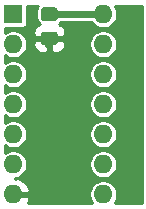
<source format=gbr>
G04 #@! TF.GenerationSoftware,KiCad,Pcbnew,(5.1.5)-3*
G04 #@! TF.CreationDate,2020-06-08T21:20:55-04:00*
G04 #@! TF.ProjectId,dip14soic,64697031-3473-46f6-9963-2e6b69636164,rev?*
G04 #@! TF.SameCoordinates,Original*
G04 #@! TF.FileFunction,Copper,L2,Bot*
G04 #@! TF.FilePolarity,Positive*
%FSLAX46Y46*%
G04 Gerber Fmt 4.6, Leading zero omitted, Abs format (unit mm)*
G04 Created by KiCad (PCBNEW (5.1.5)-3) date 2020-06-08 21:20:55*
%MOMM*%
%LPD*%
G04 APERTURE LIST*
%ADD10R,1.600000X1.600000*%
%ADD11O,1.600000X1.600000*%
%ADD12C,0.100000*%
%ADD13C,0.800000*%
%ADD14C,0.600000*%
%ADD15C,0.254000*%
G04 APERTURE END LIST*
D10*
X106680000Y-71120000D03*
D11*
X114300000Y-86360000D03*
X106680000Y-73660000D03*
X114300000Y-83820000D03*
X106680000Y-76200000D03*
X114300000Y-81280000D03*
X106680000Y-78740000D03*
X114300000Y-78740000D03*
X106680000Y-81280000D03*
X114300000Y-76200000D03*
X106680000Y-83820000D03*
X114300000Y-73660000D03*
X106680000Y-86360000D03*
X114300000Y-71120000D03*
G04 #@! TA.AperFunction,SMDPad,CuDef*
D12*
G36*
X110202505Y-70537204D02*
G01*
X110226773Y-70540804D01*
X110250572Y-70546765D01*
X110273671Y-70555030D01*
X110295850Y-70565520D01*
X110316893Y-70578132D01*
X110336599Y-70592747D01*
X110354777Y-70609223D01*
X110371253Y-70627401D01*
X110385868Y-70647107D01*
X110398480Y-70668150D01*
X110408970Y-70690329D01*
X110417235Y-70713428D01*
X110423196Y-70737227D01*
X110426796Y-70761495D01*
X110428000Y-70785999D01*
X110428000Y-71436001D01*
X110426796Y-71460505D01*
X110423196Y-71484773D01*
X110417235Y-71508572D01*
X110408970Y-71531671D01*
X110398480Y-71553850D01*
X110385868Y-71574893D01*
X110371253Y-71594599D01*
X110354777Y-71612777D01*
X110336599Y-71629253D01*
X110316893Y-71643868D01*
X110295850Y-71656480D01*
X110273671Y-71666970D01*
X110250572Y-71675235D01*
X110226773Y-71681196D01*
X110202505Y-71684796D01*
X110178001Y-71686000D01*
X109277999Y-71686000D01*
X109253495Y-71684796D01*
X109229227Y-71681196D01*
X109205428Y-71675235D01*
X109182329Y-71666970D01*
X109160150Y-71656480D01*
X109139107Y-71643868D01*
X109119401Y-71629253D01*
X109101223Y-71612777D01*
X109084747Y-71594599D01*
X109070132Y-71574893D01*
X109057520Y-71553850D01*
X109047030Y-71531671D01*
X109038765Y-71508572D01*
X109032804Y-71484773D01*
X109029204Y-71460505D01*
X109028000Y-71436001D01*
X109028000Y-70785999D01*
X109029204Y-70761495D01*
X109032804Y-70737227D01*
X109038765Y-70713428D01*
X109047030Y-70690329D01*
X109057520Y-70668150D01*
X109070132Y-70647107D01*
X109084747Y-70627401D01*
X109101223Y-70609223D01*
X109119401Y-70592747D01*
X109139107Y-70578132D01*
X109160150Y-70565520D01*
X109182329Y-70555030D01*
X109205428Y-70546765D01*
X109229227Y-70540804D01*
X109253495Y-70537204D01*
X109277999Y-70536000D01*
X110178001Y-70536000D01*
X110202505Y-70537204D01*
G37*
G04 #@! TD.AperFunction*
G04 #@! TA.AperFunction,SMDPad,CuDef*
G36*
X110202505Y-72587204D02*
G01*
X110226773Y-72590804D01*
X110250572Y-72596765D01*
X110273671Y-72605030D01*
X110295850Y-72615520D01*
X110316893Y-72628132D01*
X110336599Y-72642747D01*
X110354777Y-72659223D01*
X110371253Y-72677401D01*
X110385868Y-72697107D01*
X110398480Y-72718150D01*
X110408970Y-72740329D01*
X110417235Y-72763428D01*
X110423196Y-72787227D01*
X110426796Y-72811495D01*
X110428000Y-72835999D01*
X110428000Y-73486001D01*
X110426796Y-73510505D01*
X110423196Y-73534773D01*
X110417235Y-73558572D01*
X110408970Y-73581671D01*
X110398480Y-73603850D01*
X110385868Y-73624893D01*
X110371253Y-73644599D01*
X110354777Y-73662777D01*
X110336599Y-73679253D01*
X110316893Y-73693868D01*
X110295850Y-73706480D01*
X110273671Y-73716970D01*
X110250572Y-73725235D01*
X110226773Y-73731196D01*
X110202505Y-73734796D01*
X110178001Y-73736000D01*
X109277999Y-73736000D01*
X109253495Y-73734796D01*
X109229227Y-73731196D01*
X109205428Y-73725235D01*
X109182329Y-73716970D01*
X109160150Y-73706480D01*
X109139107Y-73693868D01*
X109119401Y-73679253D01*
X109101223Y-73662777D01*
X109084747Y-73644599D01*
X109070132Y-73624893D01*
X109057520Y-73603850D01*
X109047030Y-73581671D01*
X109038765Y-73558572D01*
X109032804Y-73534773D01*
X109029204Y-73510505D01*
X109028000Y-73486001D01*
X109028000Y-72835999D01*
X109029204Y-72811495D01*
X109032804Y-72787227D01*
X109038765Y-72763428D01*
X109047030Y-72740329D01*
X109057520Y-72718150D01*
X109070132Y-72697107D01*
X109084747Y-72677401D01*
X109101223Y-72659223D01*
X109119401Y-72642747D01*
X109139107Y-72628132D01*
X109160150Y-72615520D01*
X109182329Y-72605030D01*
X109205428Y-72596765D01*
X109229227Y-72590804D01*
X109253495Y-72587204D01*
X109277999Y-72586000D01*
X110178001Y-72586000D01*
X110202505Y-72587204D01*
G37*
G04 #@! TD.AperFunction*
D13*
X109728000Y-73660000D03*
D14*
X109737000Y-71120000D02*
X109728000Y-71111000D01*
X114300000Y-71120000D02*
X109737000Y-71120000D01*
D15*
G36*
X108751810Y-70434411D02*
G01*
X108693329Y-70543821D01*
X108657317Y-70662538D01*
X108645157Y-70785999D01*
X108645157Y-71436001D01*
X108657317Y-71559462D01*
X108693329Y-71678179D01*
X108751810Y-71787589D01*
X108830512Y-71883488D01*
X108921780Y-71958389D01*
X108903518Y-71960188D01*
X108783820Y-71996498D01*
X108673506Y-72055463D01*
X108576815Y-72134815D01*
X108497463Y-72231506D01*
X108438498Y-72341820D01*
X108402188Y-72461518D01*
X108389928Y-72586000D01*
X108393000Y-72875250D01*
X108551750Y-73034000D01*
X109601000Y-73034000D01*
X109601000Y-73014000D01*
X109855000Y-73014000D01*
X109855000Y-73034000D01*
X110904250Y-73034000D01*
X111063000Y-72875250D01*
X111066072Y-72586000D01*
X111053812Y-72461518D01*
X111017502Y-72341820D01*
X110958537Y-72231506D01*
X110879185Y-72134815D01*
X110782494Y-72055463D01*
X110672180Y-71996498D01*
X110552482Y-71960188D01*
X110534220Y-71958389D01*
X110625488Y-71883488D01*
X110693184Y-71801000D01*
X113334654Y-71801000D01*
X113382658Y-71872843D01*
X113547157Y-72037342D01*
X113740587Y-72166588D01*
X113955515Y-72255614D01*
X114183682Y-72301000D01*
X114416318Y-72301000D01*
X114644485Y-72255614D01*
X114859413Y-72166588D01*
X115052843Y-72037342D01*
X115217342Y-71872843D01*
X115346588Y-71679413D01*
X115435614Y-71464485D01*
X115481000Y-71236318D01*
X115481000Y-71003682D01*
X115435614Y-70775515D01*
X115346588Y-70560587D01*
X115251314Y-70418000D01*
X117542001Y-70418000D01*
X117542000Y-87062000D01*
X115251314Y-87062000D01*
X115346588Y-86919413D01*
X115435614Y-86704485D01*
X115481000Y-86476318D01*
X115481000Y-86243682D01*
X115435614Y-86015515D01*
X115346588Y-85800587D01*
X115217342Y-85607157D01*
X115052843Y-85442658D01*
X114859413Y-85313412D01*
X114644485Y-85224386D01*
X114416318Y-85179000D01*
X114183682Y-85179000D01*
X113955515Y-85224386D01*
X113740587Y-85313412D01*
X113547157Y-85442658D01*
X113382658Y-85607157D01*
X113253412Y-85800587D01*
X113164386Y-86015515D01*
X113119000Y-86243682D01*
X113119000Y-86476318D01*
X113164386Y-86704485D01*
X113253412Y-86919413D01*
X113348686Y-87062000D01*
X107927778Y-87062000D01*
X108031246Y-86843087D01*
X108071904Y-86709039D01*
X107949915Y-86487000D01*
X106807000Y-86487000D01*
X106807000Y-86507000D01*
X106553000Y-86507000D01*
X106553000Y-86487000D01*
X106533000Y-86487000D01*
X106533000Y-86233000D01*
X106553000Y-86233000D01*
X106553000Y-86213000D01*
X106807000Y-86213000D01*
X106807000Y-86233000D01*
X107949915Y-86233000D01*
X108071904Y-86010961D01*
X108031246Y-85876913D01*
X107911037Y-85622580D01*
X107743519Y-85396586D01*
X107535131Y-85207615D01*
X107293881Y-85062930D01*
X107029040Y-84968091D01*
X106807002Y-85089375D01*
X106807002Y-84998875D01*
X107024485Y-84955614D01*
X107239413Y-84866588D01*
X107432843Y-84737342D01*
X107597342Y-84572843D01*
X107726588Y-84379413D01*
X107815614Y-84164485D01*
X107861000Y-83936318D01*
X107861000Y-83703682D01*
X113119000Y-83703682D01*
X113119000Y-83936318D01*
X113164386Y-84164485D01*
X113253412Y-84379413D01*
X113382658Y-84572843D01*
X113547157Y-84737342D01*
X113740587Y-84866588D01*
X113955515Y-84955614D01*
X114183682Y-85001000D01*
X114416318Y-85001000D01*
X114644485Y-84955614D01*
X114859413Y-84866588D01*
X115052843Y-84737342D01*
X115217342Y-84572843D01*
X115346588Y-84379413D01*
X115435614Y-84164485D01*
X115481000Y-83936318D01*
X115481000Y-83703682D01*
X115435614Y-83475515D01*
X115346588Y-83260587D01*
X115217342Y-83067157D01*
X115052843Y-82902658D01*
X114859413Y-82773412D01*
X114644485Y-82684386D01*
X114416318Y-82639000D01*
X114183682Y-82639000D01*
X113955515Y-82684386D01*
X113740587Y-82773412D01*
X113547157Y-82902658D01*
X113382658Y-83067157D01*
X113253412Y-83260587D01*
X113164386Y-83475515D01*
X113119000Y-83703682D01*
X107861000Y-83703682D01*
X107815614Y-83475515D01*
X107726588Y-83260587D01*
X107597342Y-83067157D01*
X107432843Y-82902658D01*
X107239413Y-82773412D01*
X107024485Y-82684386D01*
X106796318Y-82639000D01*
X106563682Y-82639000D01*
X106335515Y-82684386D01*
X106120587Y-82773412D01*
X105978000Y-82868686D01*
X105978000Y-82231314D01*
X106120587Y-82326588D01*
X106335515Y-82415614D01*
X106563682Y-82461000D01*
X106796318Y-82461000D01*
X107024485Y-82415614D01*
X107239413Y-82326588D01*
X107432843Y-82197342D01*
X107597342Y-82032843D01*
X107726588Y-81839413D01*
X107815614Y-81624485D01*
X107861000Y-81396318D01*
X107861000Y-81163682D01*
X113119000Y-81163682D01*
X113119000Y-81396318D01*
X113164386Y-81624485D01*
X113253412Y-81839413D01*
X113382658Y-82032843D01*
X113547157Y-82197342D01*
X113740587Y-82326588D01*
X113955515Y-82415614D01*
X114183682Y-82461000D01*
X114416318Y-82461000D01*
X114644485Y-82415614D01*
X114859413Y-82326588D01*
X115052843Y-82197342D01*
X115217342Y-82032843D01*
X115346588Y-81839413D01*
X115435614Y-81624485D01*
X115481000Y-81396318D01*
X115481000Y-81163682D01*
X115435614Y-80935515D01*
X115346588Y-80720587D01*
X115217342Y-80527157D01*
X115052843Y-80362658D01*
X114859413Y-80233412D01*
X114644485Y-80144386D01*
X114416318Y-80099000D01*
X114183682Y-80099000D01*
X113955515Y-80144386D01*
X113740587Y-80233412D01*
X113547157Y-80362658D01*
X113382658Y-80527157D01*
X113253412Y-80720587D01*
X113164386Y-80935515D01*
X113119000Y-81163682D01*
X107861000Y-81163682D01*
X107815614Y-80935515D01*
X107726588Y-80720587D01*
X107597342Y-80527157D01*
X107432843Y-80362658D01*
X107239413Y-80233412D01*
X107024485Y-80144386D01*
X106796318Y-80099000D01*
X106563682Y-80099000D01*
X106335515Y-80144386D01*
X106120587Y-80233412D01*
X105978000Y-80328686D01*
X105978000Y-79691314D01*
X106120587Y-79786588D01*
X106335515Y-79875614D01*
X106563682Y-79921000D01*
X106796318Y-79921000D01*
X107024485Y-79875614D01*
X107239413Y-79786588D01*
X107432843Y-79657342D01*
X107597342Y-79492843D01*
X107726588Y-79299413D01*
X107815614Y-79084485D01*
X107861000Y-78856318D01*
X107861000Y-78623682D01*
X113119000Y-78623682D01*
X113119000Y-78856318D01*
X113164386Y-79084485D01*
X113253412Y-79299413D01*
X113382658Y-79492843D01*
X113547157Y-79657342D01*
X113740587Y-79786588D01*
X113955515Y-79875614D01*
X114183682Y-79921000D01*
X114416318Y-79921000D01*
X114644485Y-79875614D01*
X114859413Y-79786588D01*
X115052843Y-79657342D01*
X115217342Y-79492843D01*
X115346588Y-79299413D01*
X115435614Y-79084485D01*
X115481000Y-78856318D01*
X115481000Y-78623682D01*
X115435614Y-78395515D01*
X115346588Y-78180587D01*
X115217342Y-77987157D01*
X115052843Y-77822658D01*
X114859413Y-77693412D01*
X114644485Y-77604386D01*
X114416318Y-77559000D01*
X114183682Y-77559000D01*
X113955515Y-77604386D01*
X113740587Y-77693412D01*
X113547157Y-77822658D01*
X113382658Y-77987157D01*
X113253412Y-78180587D01*
X113164386Y-78395515D01*
X113119000Y-78623682D01*
X107861000Y-78623682D01*
X107815614Y-78395515D01*
X107726588Y-78180587D01*
X107597342Y-77987157D01*
X107432843Y-77822658D01*
X107239413Y-77693412D01*
X107024485Y-77604386D01*
X106796318Y-77559000D01*
X106563682Y-77559000D01*
X106335515Y-77604386D01*
X106120587Y-77693412D01*
X105978000Y-77788686D01*
X105978000Y-77151314D01*
X106120587Y-77246588D01*
X106335515Y-77335614D01*
X106563682Y-77381000D01*
X106796318Y-77381000D01*
X107024485Y-77335614D01*
X107239413Y-77246588D01*
X107432843Y-77117342D01*
X107597342Y-76952843D01*
X107726588Y-76759413D01*
X107815614Y-76544485D01*
X107861000Y-76316318D01*
X107861000Y-76083682D01*
X113119000Y-76083682D01*
X113119000Y-76316318D01*
X113164386Y-76544485D01*
X113253412Y-76759413D01*
X113382658Y-76952843D01*
X113547157Y-77117342D01*
X113740587Y-77246588D01*
X113955515Y-77335614D01*
X114183682Y-77381000D01*
X114416318Y-77381000D01*
X114644485Y-77335614D01*
X114859413Y-77246588D01*
X115052843Y-77117342D01*
X115217342Y-76952843D01*
X115346588Y-76759413D01*
X115435614Y-76544485D01*
X115481000Y-76316318D01*
X115481000Y-76083682D01*
X115435614Y-75855515D01*
X115346588Y-75640587D01*
X115217342Y-75447157D01*
X115052843Y-75282658D01*
X114859413Y-75153412D01*
X114644485Y-75064386D01*
X114416318Y-75019000D01*
X114183682Y-75019000D01*
X113955515Y-75064386D01*
X113740587Y-75153412D01*
X113547157Y-75282658D01*
X113382658Y-75447157D01*
X113253412Y-75640587D01*
X113164386Y-75855515D01*
X113119000Y-76083682D01*
X107861000Y-76083682D01*
X107815614Y-75855515D01*
X107726588Y-75640587D01*
X107597342Y-75447157D01*
X107432843Y-75282658D01*
X107239413Y-75153412D01*
X107024485Y-75064386D01*
X106796318Y-75019000D01*
X106563682Y-75019000D01*
X106335515Y-75064386D01*
X106120587Y-75153412D01*
X105978000Y-75248686D01*
X105978000Y-74611314D01*
X106120587Y-74706588D01*
X106335515Y-74795614D01*
X106563682Y-74841000D01*
X106796318Y-74841000D01*
X107024485Y-74795614D01*
X107239413Y-74706588D01*
X107432843Y-74577342D01*
X107597342Y-74412843D01*
X107726588Y-74219413D01*
X107815614Y-74004485D01*
X107861000Y-73776318D01*
X107861000Y-73736000D01*
X108389928Y-73736000D01*
X108402188Y-73860482D01*
X108438498Y-73980180D01*
X108497463Y-74090494D01*
X108576815Y-74187185D01*
X108673506Y-74266537D01*
X108783820Y-74325502D01*
X108903518Y-74361812D01*
X109028000Y-74374072D01*
X109442250Y-74371000D01*
X109601000Y-74212250D01*
X109601000Y-73288000D01*
X109855000Y-73288000D01*
X109855000Y-74212250D01*
X110013750Y-74371000D01*
X110428000Y-74374072D01*
X110552482Y-74361812D01*
X110672180Y-74325502D01*
X110782494Y-74266537D01*
X110879185Y-74187185D01*
X110958537Y-74090494D01*
X111017502Y-73980180D01*
X111053812Y-73860482D01*
X111066072Y-73736000D01*
X111064030Y-73543682D01*
X113119000Y-73543682D01*
X113119000Y-73776318D01*
X113164386Y-74004485D01*
X113253412Y-74219413D01*
X113382658Y-74412843D01*
X113547157Y-74577342D01*
X113740587Y-74706588D01*
X113955515Y-74795614D01*
X114183682Y-74841000D01*
X114416318Y-74841000D01*
X114644485Y-74795614D01*
X114859413Y-74706588D01*
X115052843Y-74577342D01*
X115217342Y-74412843D01*
X115346588Y-74219413D01*
X115435614Y-74004485D01*
X115481000Y-73776318D01*
X115481000Y-73543682D01*
X115435614Y-73315515D01*
X115346588Y-73100587D01*
X115217342Y-72907157D01*
X115052843Y-72742658D01*
X114859413Y-72613412D01*
X114644485Y-72524386D01*
X114416318Y-72479000D01*
X114183682Y-72479000D01*
X113955515Y-72524386D01*
X113740587Y-72613412D01*
X113547157Y-72742658D01*
X113382658Y-72907157D01*
X113253412Y-73100587D01*
X113164386Y-73315515D01*
X113119000Y-73543682D01*
X111064030Y-73543682D01*
X111063000Y-73446750D01*
X110904250Y-73288000D01*
X109855000Y-73288000D01*
X109601000Y-73288000D01*
X108551750Y-73288000D01*
X108393000Y-73446750D01*
X108389928Y-73736000D01*
X107861000Y-73736000D01*
X107861000Y-73543682D01*
X107815614Y-73315515D01*
X107726588Y-73100587D01*
X107597342Y-72907157D01*
X107432843Y-72742658D01*
X107239413Y-72613412D01*
X107024485Y-72524386D01*
X106796318Y-72479000D01*
X106563682Y-72479000D01*
X106335515Y-72524386D01*
X106120587Y-72613412D01*
X105978000Y-72708686D01*
X105978000Y-72302843D01*
X107480000Y-72302843D01*
X107554689Y-72295487D01*
X107626508Y-72273701D01*
X107692696Y-72238322D01*
X107750711Y-72190711D01*
X107798322Y-72132696D01*
X107833701Y-72066508D01*
X107855487Y-71994689D01*
X107862843Y-71920000D01*
X107862843Y-70418000D01*
X108765278Y-70418000D01*
X108751810Y-70434411D01*
G37*
X108751810Y-70434411D02*
X108693329Y-70543821D01*
X108657317Y-70662538D01*
X108645157Y-70785999D01*
X108645157Y-71436001D01*
X108657317Y-71559462D01*
X108693329Y-71678179D01*
X108751810Y-71787589D01*
X108830512Y-71883488D01*
X108921780Y-71958389D01*
X108903518Y-71960188D01*
X108783820Y-71996498D01*
X108673506Y-72055463D01*
X108576815Y-72134815D01*
X108497463Y-72231506D01*
X108438498Y-72341820D01*
X108402188Y-72461518D01*
X108389928Y-72586000D01*
X108393000Y-72875250D01*
X108551750Y-73034000D01*
X109601000Y-73034000D01*
X109601000Y-73014000D01*
X109855000Y-73014000D01*
X109855000Y-73034000D01*
X110904250Y-73034000D01*
X111063000Y-72875250D01*
X111066072Y-72586000D01*
X111053812Y-72461518D01*
X111017502Y-72341820D01*
X110958537Y-72231506D01*
X110879185Y-72134815D01*
X110782494Y-72055463D01*
X110672180Y-71996498D01*
X110552482Y-71960188D01*
X110534220Y-71958389D01*
X110625488Y-71883488D01*
X110693184Y-71801000D01*
X113334654Y-71801000D01*
X113382658Y-71872843D01*
X113547157Y-72037342D01*
X113740587Y-72166588D01*
X113955515Y-72255614D01*
X114183682Y-72301000D01*
X114416318Y-72301000D01*
X114644485Y-72255614D01*
X114859413Y-72166588D01*
X115052843Y-72037342D01*
X115217342Y-71872843D01*
X115346588Y-71679413D01*
X115435614Y-71464485D01*
X115481000Y-71236318D01*
X115481000Y-71003682D01*
X115435614Y-70775515D01*
X115346588Y-70560587D01*
X115251314Y-70418000D01*
X117542001Y-70418000D01*
X117542000Y-87062000D01*
X115251314Y-87062000D01*
X115346588Y-86919413D01*
X115435614Y-86704485D01*
X115481000Y-86476318D01*
X115481000Y-86243682D01*
X115435614Y-86015515D01*
X115346588Y-85800587D01*
X115217342Y-85607157D01*
X115052843Y-85442658D01*
X114859413Y-85313412D01*
X114644485Y-85224386D01*
X114416318Y-85179000D01*
X114183682Y-85179000D01*
X113955515Y-85224386D01*
X113740587Y-85313412D01*
X113547157Y-85442658D01*
X113382658Y-85607157D01*
X113253412Y-85800587D01*
X113164386Y-86015515D01*
X113119000Y-86243682D01*
X113119000Y-86476318D01*
X113164386Y-86704485D01*
X113253412Y-86919413D01*
X113348686Y-87062000D01*
X107927778Y-87062000D01*
X108031246Y-86843087D01*
X108071904Y-86709039D01*
X107949915Y-86487000D01*
X106807000Y-86487000D01*
X106807000Y-86507000D01*
X106553000Y-86507000D01*
X106553000Y-86487000D01*
X106533000Y-86487000D01*
X106533000Y-86233000D01*
X106553000Y-86233000D01*
X106553000Y-86213000D01*
X106807000Y-86213000D01*
X106807000Y-86233000D01*
X107949915Y-86233000D01*
X108071904Y-86010961D01*
X108031246Y-85876913D01*
X107911037Y-85622580D01*
X107743519Y-85396586D01*
X107535131Y-85207615D01*
X107293881Y-85062930D01*
X107029040Y-84968091D01*
X106807002Y-85089375D01*
X106807002Y-84998875D01*
X107024485Y-84955614D01*
X107239413Y-84866588D01*
X107432843Y-84737342D01*
X107597342Y-84572843D01*
X107726588Y-84379413D01*
X107815614Y-84164485D01*
X107861000Y-83936318D01*
X107861000Y-83703682D01*
X113119000Y-83703682D01*
X113119000Y-83936318D01*
X113164386Y-84164485D01*
X113253412Y-84379413D01*
X113382658Y-84572843D01*
X113547157Y-84737342D01*
X113740587Y-84866588D01*
X113955515Y-84955614D01*
X114183682Y-85001000D01*
X114416318Y-85001000D01*
X114644485Y-84955614D01*
X114859413Y-84866588D01*
X115052843Y-84737342D01*
X115217342Y-84572843D01*
X115346588Y-84379413D01*
X115435614Y-84164485D01*
X115481000Y-83936318D01*
X115481000Y-83703682D01*
X115435614Y-83475515D01*
X115346588Y-83260587D01*
X115217342Y-83067157D01*
X115052843Y-82902658D01*
X114859413Y-82773412D01*
X114644485Y-82684386D01*
X114416318Y-82639000D01*
X114183682Y-82639000D01*
X113955515Y-82684386D01*
X113740587Y-82773412D01*
X113547157Y-82902658D01*
X113382658Y-83067157D01*
X113253412Y-83260587D01*
X113164386Y-83475515D01*
X113119000Y-83703682D01*
X107861000Y-83703682D01*
X107815614Y-83475515D01*
X107726588Y-83260587D01*
X107597342Y-83067157D01*
X107432843Y-82902658D01*
X107239413Y-82773412D01*
X107024485Y-82684386D01*
X106796318Y-82639000D01*
X106563682Y-82639000D01*
X106335515Y-82684386D01*
X106120587Y-82773412D01*
X105978000Y-82868686D01*
X105978000Y-82231314D01*
X106120587Y-82326588D01*
X106335515Y-82415614D01*
X106563682Y-82461000D01*
X106796318Y-82461000D01*
X107024485Y-82415614D01*
X107239413Y-82326588D01*
X107432843Y-82197342D01*
X107597342Y-82032843D01*
X107726588Y-81839413D01*
X107815614Y-81624485D01*
X107861000Y-81396318D01*
X107861000Y-81163682D01*
X113119000Y-81163682D01*
X113119000Y-81396318D01*
X113164386Y-81624485D01*
X113253412Y-81839413D01*
X113382658Y-82032843D01*
X113547157Y-82197342D01*
X113740587Y-82326588D01*
X113955515Y-82415614D01*
X114183682Y-82461000D01*
X114416318Y-82461000D01*
X114644485Y-82415614D01*
X114859413Y-82326588D01*
X115052843Y-82197342D01*
X115217342Y-82032843D01*
X115346588Y-81839413D01*
X115435614Y-81624485D01*
X115481000Y-81396318D01*
X115481000Y-81163682D01*
X115435614Y-80935515D01*
X115346588Y-80720587D01*
X115217342Y-80527157D01*
X115052843Y-80362658D01*
X114859413Y-80233412D01*
X114644485Y-80144386D01*
X114416318Y-80099000D01*
X114183682Y-80099000D01*
X113955515Y-80144386D01*
X113740587Y-80233412D01*
X113547157Y-80362658D01*
X113382658Y-80527157D01*
X113253412Y-80720587D01*
X113164386Y-80935515D01*
X113119000Y-81163682D01*
X107861000Y-81163682D01*
X107815614Y-80935515D01*
X107726588Y-80720587D01*
X107597342Y-80527157D01*
X107432843Y-80362658D01*
X107239413Y-80233412D01*
X107024485Y-80144386D01*
X106796318Y-80099000D01*
X106563682Y-80099000D01*
X106335515Y-80144386D01*
X106120587Y-80233412D01*
X105978000Y-80328686D01*
X105978000Y-79691314D01*
X106120587Y-79786588D01*
X106335515Y-79875614D01*
X106563682Y-79921000D01*
X106796318Y-79921000D01*
X107024485Y-79875614D01*
X107239413Y-79786588D01*
X107432843Y-79657342D01*
X107597342Y-79492843D01*
X107726588Y-79299413D01*
X107815614Y-79084485D01*
X107861000Y-78856318D01*
X107861000Y-78623682D01*
X113119000Y-78623682D01*
X113119000Y-78856318D01*
X113164386Y-79084485D01*
X113253412Y-79299413D01*
X113382658Y-79492843D01*
X113547157Y-79657342D01*
X113740587Y-79786588D01*
X113955515Y-79875614D01*
X114183682Y-79921000D01*
X114416318Y-79921000D01*
X114644485Y-79875614D01*
X114859413Y-79786588D01*
X115052843Y-79657342D01*
X115217342Y-79492843D01*
X115346588Y-79299413D01*
X115435614Y-79084485D01*
X115481000Y-78856318D01*
X115481000Y-78623682D01*
X115435614Y-78395515D01*
X115346588Y-78180587D01*
X115217342Y-77987157D01*
X115052843Y-77822658D01*
X114859413Y-77693412D01*
X114644485Y-77604386D01*
X114416318Y-77559000D01*
X114183682Y-77559000D01*
X113955515Y-77604386D01*
X113740587Y-77693412D01*
X113547157Y-77822658D01*
X113382658Y-77987157D01*
X113253412Y-78180587D01*
X113164386Y-78395515D01*
X113119000Y-78623682D01*
X107861000Y-78623682D01*
X107815614Y-78395515D01*
X107726588Y-78180587D01*
X107597342Y-77987157D01*
X107432843Y-77822658D01*
X107239413Y-77693412D01*
X107024485Y-77604386D01*
X106796318Y-77559000D01*
X106563682Y-77559000D01*
X106335515Y-77604386D01*
X106120587Y-77693412D01*
X105978000Y-77788686D01*
X105978000Y-77151314D01*
X106120587Y-77246588D01*
X106335515Y-77335614D01*
X106563682Y-77381000D01*
X106796318Y-77381000D01*
X107024485Y-77335614D01*
X107239413Y-77246588D01*
X107432843Y-77117342D01*
X107597342Y-76952843D01*
X107726588Y-76759413D01*
X107815614Y-76544485D01*
X107861000Y-76316318D01*
X107861000Y-76083682D01*
X113119000Y-76083682D01*
X113119000Y-76316318D01*
X113164386Y-76544485D01*
X113253412Y-76759413D01*
X113382658Y-76952843D01*
X113547157Y-77117342D01*
X113740587Y-77246588D01*
X113955515Y-77335614D01*
X114183682Y-77381000D01*
X114416318Y-77381000D01*
X114644485Y-77335614D01*
X114859413Y-77246588D01*
X115052843Y-77117342D01*
X115217342Y-76952843D01*
X115346588Y-76759413D01*
X115435614Y-76544485D01*
X115481000Y-76316318D01*
X115481000Y-76083682D01*
X115435614Y-75855515D01*
X115346588Y-75640587D01*
X115217342Y-75447157D01*
X115052843Y-75282658D01*
X114859413Y-75153412D01*
X114644485Y-75064386D01*
X114416318Y-75019000D01*
X114183682Y-75019000D01*
X113955515Y-75064386D01*
X113740587Y-75153412D01*
X113547157Y-75282658D01*
X113382658Y-75447157D01*
X113253412Y-75640587D01*
X113164386Y-75855515D01*
X113119000Y-76083682D01*
X107861000Y-76083682D01*
X107815614Y-75855515D01*
X107726588Y-75640587D01*
X107597342Y-75447157D01*
X107432843Y-75282658D01*
X107239413Y-75153412D01*
X107024485Y-75064386D01*
X106796318Y-75019000D01*
X106563682Y-75019000D01*
X106335515Y-75064386D01*
X106120587Y-75153412D01*
X105978000Y-75248686D01*
X105978000Y-74611314D01*
X106120587Y-74706588D01*
X106335515Y-74795614D01*
X106563682Y-74841000D01*
X106796318Y-74841000D01*
X107024485Y-74795614D01*
X107239413Y-74706588D01*
X107432843Y-74577342D01*
X107597342Y-74412843D01*
X107726588Y-74219413D01*
X107815614Y-74004485D01*
X107861000Y-73776318D01*
X107861000Y-73736000D01*
X108389928Y-73736000D01*
X108402188Y-73860482D01*
X108438498Y-73980180D01*
X108497463Y-74090494D01*
X108576815Y-74187185D01*
X108673506Y-74266537D01*
X108783820Y-74325502D01*
X108903518Y-74361812D01*
X109028000Y-74374072D01*
X109442250Y-74371000D01*
X109601000Y-74212250D01*
X109601000Y-73288000D01*
X109855000Y-73288000D01*
X109855000Y-74212250D01*
X110013750Y-74371000D01*
X110428000Y-74374072D01*
X110552482Y-74361812D01*
X110672180Y-74325502D01*
X110782494Y-74266537D01*
X110879185Y-74187185D01*
X110958537Y-74090494D01*
X111017502Y-73980180D01*
X111053812Y-73860482D01*
X111066072Y-73736000D01*
X111064030Y-73543682D01*
X113119000Y-73543682D01*
X113119000Y-73776318D01*
X113164386Y-74004485D01*
X113253412Y-74219413D01*
X113382658Y-74412843D01*
X113547157Y-74577342D01*
X113740587Y-74706588D01*
X113955515Y-74795614D01*
X114183682Y-74841000D01*
X114416318Y-74841000D01*
X114644485Y-74795614D01*
X114859413Y-74706588D01*
X115052843Y-74577342D01*
X115217342Y-74412843D01*
X115346588Y-74219413D01*
X115435614Y-74004485D01*
X115481000Y-73776318D01*
X115481000Y-73543682D01*
X115435614Y-73315515D01*
X115346588Y-73100587D01*
X115217342Y-72907157D01*
X115052843Y-72742658D01*
X114859413Y-72613412D01*
X114644485Y-72524386D01*
X114416318Y-72479000D01*
X114183682Y-72479000D01*
X113955515Y-72524386D01*
X113740587Y-72613412D01*
X113547157Y-72742658D01*
X113382658Y-72907157D01*
X113253412Y-73100587D01*
X113164386Y-73315515D01*
X113119000Y-73543682D01*
X111064030Y-73543682D01*
X111063000Y-73446750D01*
X110904250Y-73288000D01*
X109855000Y-73288000D01*
X109601000Y-73288000D01*
X108551750Y-73288000D01*
X108393000Y-73446750D01*
X108389928Y-73736000D01*
X107861000Y-73736000D01*
X107861000Y-73543682D01*
X107815614Y-73315515D01*
X107726588Y-73100587D01*
X107597342Y-72907157D01*
X107432843Y-72742658D01*
X107239413Y-72613412D01*
X107024485Y-72524386D01*
X106796318Y-72479000D01*
X106563682Y-72479000D01*
X106335515Y-72524386D01*
X106120587Y-72613412D01*
X105978000Y-72708686D01*
X105978000Y-72302843D01*
X107480000Y-72302843D01*
X107554689Y-72295487D01*
X107626508Y-72273701D01*
X107692696Y-72238322D01*
X107750711Y-72190711D01*
X107798322Y-72132696D01*
X107833701Y-72066508D01*
X107855487Y-71994689D01*
X107862843Y-71920000D01*
X107862843Y-70418000D01*
X108765278Y-70418000D01*
X108751810Y-70434411D01*
M02*

</source>
